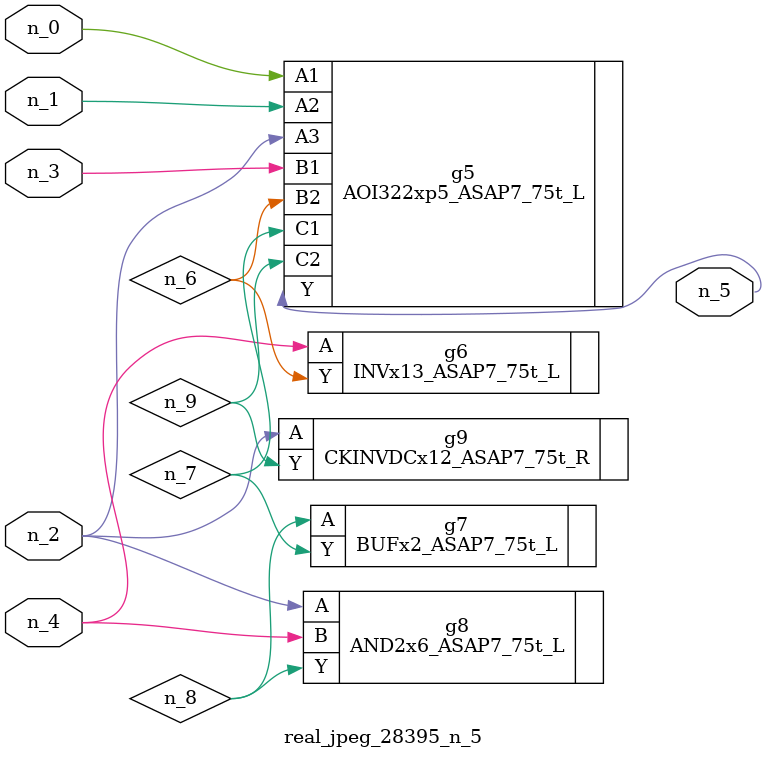
<source format=v>
module real_jpeg_28395_n_5 (n_4, n_0, n_1, n_2, n_3, n_5);

input n_4;
input n_0;
input n_1;
input n_2;
input n_3;

output n_5;

wire n_8;
wire n_6;
wire n_7;
wire n_9;

AOI322xp5_ASAP7_75t_L g5 ( 
.A1(n_0),
.A2(n_1),
.A3(n_2),
.B1(n_3),
.B2(n_6),
.C1(n_7),
.C2(n_9),
.Y(n_5)
);

AND2x6_ASAP7_75t_L g8 ( 
.A(n_2),
.B(n_4),
.Y(n_8)
);

CKINVDCx12_ASAP7_75t_R g9 ( 
.A(n_2),
.Y(n_9)
);

INVx13_ASAP7_75t_L g6 ( 
.A(n_4),
.Y(n_6)
);

BUFx2_ASAP7_75t_L g7 ( 
.A(n_8),
.Y(n_7)
);


endmodule
</source>
